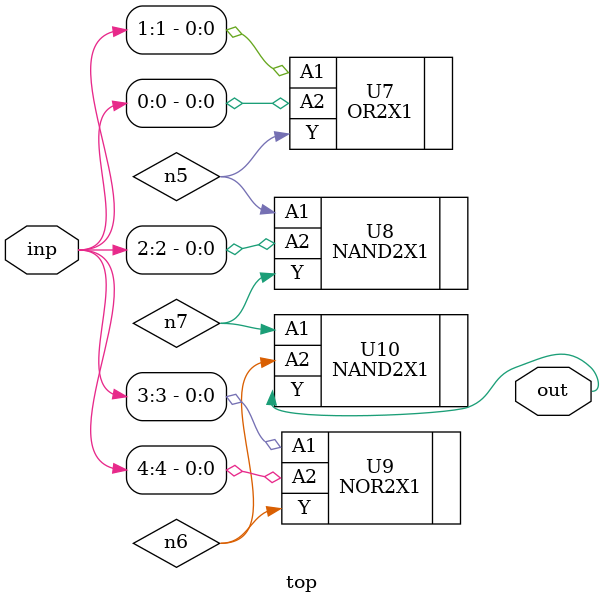
<source format=sv>


module top ( inp, out );
  input [4:0] inp;
  output out;
  wire   n5, n6, n7;

  OR2X1 U7 ( .A1(inp[1]), .A2(inp[0]), .Y(n5) );
  NAND2X1 U8 ( .A1(n5), .A2(inp[2]), .Y(n7) );
  NOR2X1 U9 ( .A1(inp[3]), .A2(inp[4]), .Y(n6) );
  NAND2X1 U10 ( .A1(n7), .A2(n6), .Y(out) );
endmodule


</source>
